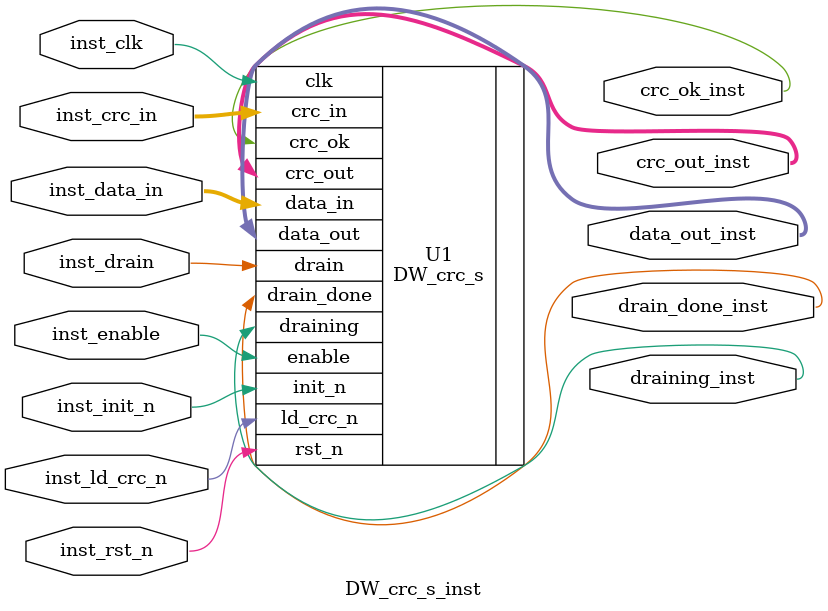
<source format=v>
module DW_crc_s_inst(inst_clk, inst_rst_n, inst_init_n, inst_enable,
                     inst_drain, inst_ld_crc_n, inst_data_in, inst_crc_in,
                     draining_inst, drain_done_inst, crc_ok_inst,
                     data_out_inst, crc_out_inst );

  parameter data_width = 16;
  parameter poly_size = 16;
  parameter crc_cfg = 7;
  parameter bit_order = 3;
  parameter poly_coef0 = 4129;
  parameter poly_coef1 = 0;
  parameter poly_coef2 = 0;
  parameter poly_coef3 = 0;

  input inst_clk;
  input inst_rst_n;
  input inst_init_n;
  input inst_enable;
  input inst_drain;
  input inst_ld_crc_n;
  input [data_width-1 : 0] inst_data_in;
  input [poly_size-1 : 0] inst_crc_in;
  output draining_inst;
  output drain_done_inst;
  output crc_ok_inst;
  output [data_width-1 : 0] data_out_inst;
  output [poly_size-1 : 0] crc_out_inst;

  // Instance of DW_crc_s
  DW_crc_s #(data_width,   poly_size,   crc_cfg,   bit_order,
              poly_coef0,   poly_coef1,   poly_coef2,   poly_coef3)
    U1 (.clk(inst_clk),   .rst_n(inst_rst_n),   .init_n(inst_init_n),
        .enable(inst_enable),   .drain(inst_drain),
        .ld_crc_n(inst_ld_crc_n),   .data_in(inst_data_in),
        .crc_in(inst_crc_in),   .draining(draining_inst),
        .drain_done(drain_done_inst),   .crc_ok(crc_ok_inst),
        .data_out(data_out_inst),   .crc_out(crc_out_inst)  );
endmodule


</source>
